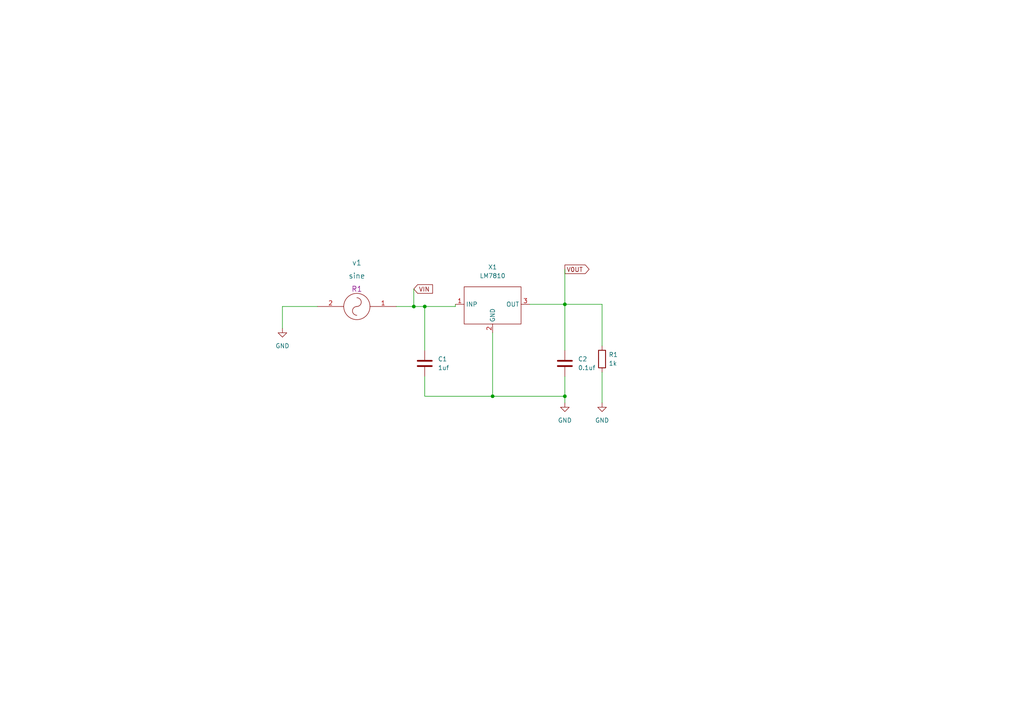
<source format=kicad_sch>
(kicad_sch (version 20211123) (generator eeschema)

  (uuid 3faa1024-631b-4c32-ac20-ab01393015d8)

  (paper "A4")

  (lib_symbols
    (symbol "eSim_Devices:capacitor" (pin_numbers hide) (pin_names (offset 0.254)) (in_bom yes) (on_board yes)
      (property "Reference" "C" (id 0) (at 0.635 2.54 0)
        (effects (font (size 1.27 1.27)) (justify left))
      )
      (property "Value" "capacitor" (id 1) (at 0.635 -2.54 0)
        (effects (font (size 1.27 1.27)) (justify left))
      )
      (property "Footprint" "" (id 2) (at 0.9652 -3.81 0)
        (effects (font (size 0.762 0.762)))
      )
      (property "Datasheet" "" (id 3) (at 0 0 0)
        (effects (font (size 1.524 1.524)))
      )
      (property "ki_fp_filters" "C_*" (id 4) (at 0 0 0)
        (effects (font (size 1.27 1.27)) hide)
      )
      (symbol "capacitor_0_1"
        (polyline
          (pts
            (xy -2.032 -0.762)
            (xy 2.032 -0.762)
          )
          (stroke (width 0.508) (type default) (color 0 0 0 0))
          (fill (type none))
        )
        (polyline
          (pts
            (xy -2.032 0.762)
            (xy 2.032 0.762)
          )
          (stroke (width 0.508) (type default) (color 0 0 0 0))
          (fill (type none))
        )
      )
      (symbol "capacitor_1_1"
        (pin passive line (at 0 3.81 270) (length 2.794)
          (name "~" (effects (font (size 1.016 1.016))))
          (number "1" (effects (font (size 1.016 1.016))))
        )
        (pin passive line (at 0 -3.81 90) (length 2.794)
          (name "~" (effects (font (size 1.016 1.016))))
          (number "2" (effects (font (size 1.016 1.016))))
        )
      )
    )
    (symbol "eSim_Devices:resistor" (pin_numbers hide) (pin_names (offset 0)) (in_bom yes) (on_board yes)
      (property "Reference" "R" (id 0) (at 1.27 3.302 0)
        (effects (font (size 1.27 1.27)))
      )
      (property "Value" "resistor" (id 1) (at 1.27 -1.27 0)
        (effects (font (size 1.27 1.27)))
      )
      (property "Footprint" "" (id 2) (at 1.27 -0.508 0)
        (effects (font (size 0.762 0.762)))
      )
      (property "Datasheet" "" (id 3) (at 1.27 1.27 90)
        (effects (font (size 0.762 0.762)))
      )
      (property "ki_fp_filters" "R_* Resistor_*" (id 4) (at 0 0 0)
        (effects (font (size 1.27 1.27)) hide)
      )
      (symbol "resistor_0_1"
        (rectangle (start 3.81 0.254) (end -1.27 2.286)
          (stroke (width 0.254) (type default) (color 0 0 0 0))
          (fill (type none))
        )
      )
      (symbol "resistor_1_1"
        (pin passive line (at -2.54 1.27 0) (length 1.27)
          (name "~" (effects (font (size 1.524 1.524))))
          (number "1" (effects (font (size 1.524 1.524))))
        )
        (pin passive line (at 5.08 1.27 180) (length 1.27)
          (name "~" (effects (font (size 1.524 1.524))))
          (number "2" (effects (font (size 1.524 1.524))))
        )
      )
    )
    (symbol "eSim_Power:eSim_GND" (power) (pin_names (offset 0)) (in_bom yes) (on_board yes)
      (property "Reference" "#PWR" (id 0) (at 0 -6.35 0)
        (effects (font (size 1.27 1.27)) hide)
      )
      (property "Value" "eSim_GND" (id 1) (at 0 -3.81 0)
        (effects (font (size 1.27 1.27)))
      )
      (property "Footprint" "" (id 2) (at 0 0 0)
        (effects (font (size 1.27 1.27)) hide)
      )
      (property "Datasheet" "" (id 3) (at 0 0 0)
        (effects (font (size 1.27 1.27)) hide)
      )
      (symbol "eSim_GND_0_1"
        (polyline
          (pts
            (xy 0 0)
            (xy 0 -1.27)
            (xy 1.27 -1.27)
            (xy 0 -2.54)
            (xy -1.27 -1.27)
            (xy 0 -1.27)
          )
          (stroke (width 0) (type default) (color 0 0 0 0))
          (fill (type none))
        )
      )
      (symbol "eSim_GND_1_1"
        (pin power_in line (at 0 0 270) (length 0) hide
          (name "GND" (effects (font (size 1.27 1.27))))
          (number "1" (effects (font (size 1.27 1.27))))
        )
      )
    )
    (symbol "eSim_Sources:sine" (pin_names (offset 1.016)) (in_bom yes) (on_board yes)
      (property "Reference" "v" (id 0) (at -5.08 2.54 0)
        (effects (font (size 1.524 1.524)))
      )
      (property "Value" "sine" (id 1) (at -5.08 -1.27 0)
        (effects (font (size 1.524 1.524)))
      )
      (property "Footprint" "R1" (id 2) (at -7.62 0 0)
        (effects (font (size 1.524 1.524)))
      )
      (property "Datasheet" "" (id 3) (at 0 0 0)
        (effects (font (size 1.524 1.524)))
      )
      (property "ki_fp_filters" "1_pin" (id 4) (at 0 0 0)
        (effects (font (size 1.27 1.27)) hide)
      )
      (symbol "sine_0_1"
        (arc (start 0 0) (mid -1.27 1.27) (end -2.54 0)
          (stroke (width 0) (type default) (color 0 0 0 0))
          (fill (type none))
        )
        (arc (start 0 0) (mid 1.27 -1.27) (end 2.54 0)
          (stroke (width 0) (type default) (color 0 0 0 0))
          (fill (type none))
        )
        (circle (center 0 0) (radius 3.81)
          (stroke (width 0) (type default) (color 0 0 0 0))
          (fill (type none))
        )
      )
      (symbol "sine_1_1"
        (pin input line (at 0 11.43 270) (length 7.62)
          (name "+" (effects (font (size 0 0))))
          (number "1" (effects (font (size 1.27 1.27))))
        )
        (pin input line (at 0 -11.43 90) (length 7.62)
          (name "-" (effects (font (size 0 0))))
          (number "2" (effects (font (size 1.27 1.27))))
        )
      )
    )
    (symbol "eSim_Subckt:LM7810" (in_bom yes) (on_board yes)
      (property "Reference" "X" (id 0) (at 0 1.27 0)
        (effects (font (size 1.27 1.27)))
      )
      (property "Value" "LM7810" (id 1) (at 0 3.175 0)
        (effects (font (size 1.27 1.27)))
      )
      (property "Footprint" "" (id 2) (at 0 0 0)
        (effects (font (size 1.27 1.27)) hide)
      )
      (property "Datasheet" "" (id 3) (at 0 0 0)
        (effects (font (size 1.27 1.27)) hide)
      )
      (symbol "LM7810_0_1"
        (rectangle (start -8.255 5.08) (end 8.255 -5.715)
          (stroke (width 0) (type default) (color 0 0 0 0))
          (fill (type none))
        )
      )
      (symbol "LM7810_1_1"
        (pin passive line (at -10.795 0 0) (length 2.54)
          (name "INP" (effects (font (size 1.27 1.27))))
          (number "1" (effects (font (size 1.27 1.27))))
        )
        (pin passive line (at 0 -8.255 90) (length 2.54)
          (name "GND" (effects (font (size 1.27 1.27))))
          (number "2" (effects (font (size 1.27 1.27))))
        )
        (pin passive line (at 10.795 0 180) (length 2.54)
          (name "OUT" (effects (font (size 1.27 1.27))))
          (number "3" (effects (font (size 1.27 1.27))))
        )
      )
    )
  )


  (junction (at 142.875 114.935) (diameter 0) (color 0 0 0 0)
    (uuid 5676c89a-2eed-4409-aa3d-b75e58ed3547)
  )
  (junction (at 163.83 88.265) (diameter 0) (color 0 0 0 0)
    (uuid 6264124f-9363-4024-a699-2f549a39fa0a)
  )
  (junction (at 163.83 114.935) (diameter 0) (color 0 0 0 0)
    (uuid ac48dae2-5b3f-44c2-8f9c-00e6d8c28695)
  )
  (junction (at 123.19 88.9) (diameter 0) (color 0 0 0 0)
    (uuid b15f078e-256e-4d5b-a3da-2a39a449ee59)
  )
  (junction (at 120.015 88.9) (diameter 0) (color 0 0 0 0)
    (uuid f9536ef6-68f8-4297-9535-c88eb618ad6c)
  )

  (wire (pts (xy 114.935 88.9) (xy 120.015 88.9))
    (stroke (width 0) (type default) (color 0 0 0 0))
    (uuid 0891a9d7-04fc-4f98-9402-3553d52b77d5)
  )
  (wire (pts (xy 120.015 88.9) (xy 123.19 88.9))
    (stroke (width 0) (type default) (color 0 0 0 0))
    (uuid 181119bd-ef87-42cc-8c22-c7b291ed55cb)
  )
  (wire (pts (xy 720.725 91.44) (xy 716.915 91.44))
    (stroke (width 0) (type default) (color 0 0 0 0))
    (uuid 283eb9d8-baee-49af-895d-d11c6fa94274)
  )
  (wire (pts (xy 720.725 95.885) (xy 720.725 91.44))
    (stroke (width 0) (type default) (color 0 0 0 0))
    (uuid 2e49a19d-22ad-4297-8d9e-f9dcacb51e2c)
  )
  (wire (pts (xy 163.83 114.935) (xy 163.83 116.84))
    (stroke (width 0) (type default) (color 0 0 0 0))
    (uuid 3a368d0a-f506-4a5c-9321-0bfd720f7d23)
  )
  (wire (pts (xy 123.19 109.22) (xy 123.19 114.935))
    (stroke (width 0) (type default) (color 0 0 0 0))
    (uuid 4aa7add3-395e-472a-af19-4e04c88ecc14)
  )
  (wire (pts (xy 174.625 107.95) (xy 174.625 116.84))
    (stroke (width 0) (type default) (color 0 0 0 0))
    (uuid 5a054579-decb-49d5-8753-37eff64982fc)
  )
  (wire (pts (xy 123.19 88.9) (xy 132.08 88.9))
    (stroke (width 0) (type default) (color 0 0 0 0))
    (uuid 8b167f15-a98e-44aa-ac68-f892814c247f)
  )
  (wire (pts (xy 81.915 95.25) (xy 81.915 88.9))
    (stroke (width 0) (type default) (color 0 0 0 0))
    (uuid 8b228e79-4d84-4d0b-a99b-76f73dc7620a)
  )
  (wire (pts (xy 694.055 92.075) (xy 694.055 91.44))
    (stroke (width 0) (type default) (color 0 0 0 0))
    (uuid 8ffaf3ea-9b67-4f99-bf59-c851d24bfad7)
  )
  (wire (pts (xy 163.83 88.265) (xy 163.83 101.6))
    (stroke (width 0) (type default) (color 0 0 0 0))
    (uuid 949ea46c-12cc-481f-9bdf-d0dabcf81825)
  )
  (wire (pts (xy 686.435 92.075) (xy 694.055 92.075))
    (stroke (width 0) (type default) (color 0 0 0 0))
    (uuid 9a587833-9bcc-4c69-a980-e8ba600c8ed2)
  )
  (wire (pts (xy 123.19 88.9) (xy 123.19 101.6))
    (stroke (width 0) (type default) (color 0 0 0 0))
    (uuid 9f1534b3-0aaa-401d-8e6f-262e6e2e8826)
  )
  (wire (pts (xy 142.875 96.52) (xy 142.875 114.935))
    (stroke (width 0) (type default) (color 0 0 0 0))
    (uuid a58d8fc9-2790-4117-8cf6-4973ab724a73)
  )
  (wire (pts (xy 120.015 83.82) (xy 120.015 88.9))
    (stroke (width 0) (type default) (color 0 0 0 0))
    (uuid aa989328-1f8d-4b57-ad50-6fd8036975d8)
  )
  (wire (pts (xy 123.19 114.935) (xy 142.875 114.935))
    (stroke (width 0) (type default) (color 0 0 0 0))
    (uuid ae685907-c483-4fce-894e-e6df844cd886)
  )
  (wire (pts (xy 174.625 88.265) (xy 163.83 88.265))
    (stroke (width 0) (type default) (color 0 0 0 0))
    (uuid b3fd9a2e-173a-4340-beeb-7b9022f34070)
  )
  (wire (pts (xy 163.83 109.22) (xy 163.83 114.935))
    (stroke (width 0) (type default) (color 0 0 0 0))
    (uuid ccf94c2c-7caa-4131-bac4-fe677ecc2395)
  )
  (wire (pts (xy 163.83 78.105) (xy 163.83 88.265))
    (stroke (width 0) (type default) (color 0 0 0 0))
    (uuid d1aa0978-e254-4977-9ef2-45bc5e685748)
  )
  (wire (pts (xy 174.625 100.33) (xy 174.625 88.265))
    (stroke (width 0) (type default) (color 0 0 0 0))
    (uuid d7699ed0-4762-453f-9650-62e189eda9ef)
  )
  (wire (pts (xy 132.08 88.9) (xy 132.08 88.265))
    (stroke (width 0) (type default) (color 0 0 0 0))
    (uuid e2cbc085-e204-4c0e-a176-01752f86afdf)
  )
  (wire (pts (xy 142.875 114.935) (xy 163.83 114.935))
    (stroke (width 0) (type default) (color 0 0 0 0))
    (uuid ea099a93-3959-4e14-9e1f-6fc97f2de246)
  )
  (wire (pts (xy 81.915 88.9) (xy 92.075 88.9))
    (stroke (width 0) (type default) (color 0 0 0 0))
    (uuid eae7f0cf-fce3-43c5-bc13-ec7056b0540e)
  )
  (wire (pts (xy 153.67 88.265) (xy 163.83 88.265))
    (stroke (width 0) (type default) (color 0 0 0 0))
    (uuid fa51f007-c8f1-425b-b70c-bd1500ea0fb4)
  )

  (global_label "V0UT" (shape output) (at 163.83 78.105 0) (fields_autoplaced)
    (effects (font (size 1.27 1.27)) (justify left))
    (uuid 1f397e7a-260a-43ce-99d1-5a8c6c04f1c1)
    (property "Intersheet References" "${INTERSHEET_REFS}" (id 0) (at 170.8393 78.0256 0)
      (effects (font (size 1.27 1.27)) (justify left) hide)
    )
  )
  (global_label "vout" (shape output) (at 686.435 92.075 180) (fields_autoplaced)
    (effects (font (size 1.27 1.27)) (justify right))
    (uuid dc11720d-daaf-4e05-8bd5-242b97c97e58)
    (property "Intersheet References" "${INTERSHEET_REFS}" (id 0) (at 680.0305 91.9956 0)
      (effects (font (size 1.27 1.27)) (justify right) hide)
    )
  )
  (global_label "VIN" (shape input) (at 120.015 83.82 0) (fields_autoplaced)
    (effects (font (size 1.27 1.27)) (justify left))
    (uuid de841219-c7ca-49f1-a082-8212cc0a2541)
    (property "Intersheet References" "${INTERSHEET_REFS}" (id 0) (at 125.4519 83.7406 0)
      (effects (font (size 1.27 1.27)) (justify left) hide)
    )
  )

  (symbol (lib_id "eSim_Sources:sine") (at 103.505 88.9 270) (unit 1)
    (in_bom yes) (on_board yes) (fields_autoplaced)
    (uuid 0504412f-db08-457d-88c2-b28067df2b4e)
    (property "Reference" "v1" (id 0) (at 103.505 76.2 90)
      (effects (font (size 1.524 1.524)))
    )
    (property "Value" "sine" (id 1) (at 103.505 80.01 90)
      (effects (font (size 1.524 1.524)))
    )
    (property "Footprint" "R1" (id 2) (at 103.505 83.82 90)
      (effects (font (size 1.524 1.524)))
    )
    (property "Datasheet" "" (id 3) (at 103.505 88.9 0)
      (effects (font (size 1.524 1.524)))
    )
    (property "Spice_Primitive" "V" (id 4) (at 103.505 88.9 0)
      (effects (font (size 1.27 1.27)) hide)
    )
    (property "Spice_Model" "sin(10 2 50)" (id 5) (at 103.505 88.9 0)
      (effects (font (size 1.27 1.27)) hide)
    )
    (property "Spice_Netlist_Enabled" "Y" (id 6) (at 103.505 88.9 0)
      (effects (font (size 1.27 1.27)) hide)
    )
    (pin "1" (uuid fadb1da8-0f2d-4d9c-82dc-d82126168ce9))
    (pin "2" (uuid ad9926f4-97d1-4bc7-adbe-f49cd65615a9))
  )

  (symbol (lib_id "eSim_Power:eSim_GND") (at 174.625 116.84 0) (unit 1)
    (in_bom yes) (on_board yes) (fields_autoplaced)
    (uuid 1112eea1-1e37-4746-bbc6-9ec5f8831f06)
    (property "Reference" "#PWR03" (id 0) (at 174.625 123.19 0)
      (effects (font (size 1.27 1.27)) hide)
    )
    (property "Value" "eSim_GND" (id 1) (at 174.625 121.92 0))
    (property "Footprint" "" (id 2) (at 174.625 116.84 0)
      (effects (font (size 1.27 1.27)) hide)
    )
    (property "Datasheet" "" (id 3) (at 174.625 116.84 0)
      (effects (font (size 1.27 1.27)) hide)
    )
    (pin "1" (uuid 55023352-1ae1-42b3-80f1-bdfe15dc7346))
  )

  (symbol (lib_id "eSim_Devices:resistor") (at 175.895 105.41 90) (unit 1)
    (in_bom yes) (on_board yes) (fields_autoplaced)
    (uuid 1b4c6b9c-c2d6-4bdc-9c35-2e7865b93789)
    (property "Reference" "R1" (id 0) (at 176.53 102.8699 90)
      (effects (font (size 1.27 1.27)) (justify right))
    )
    (property "Value" "1k" (id 1) (at 176.53 105.4099 90)
      (effects (font (size 1.27 1.27)) (justify right))
    )
    (property "Footprint" "" (id 2) (at 176.403 104.14 0)
      (effects (font (size 0.762 0.762)))
    )
    (property "Datasheet" "" (id 3) (at 174.625 104.14 90)
      (effects (font (size 0.762 0.762)))
    )
    (pin "1" (uuid 6bff26f6-6eca-494e-a794-98559633a0f4))
    (pin "2" (uuid eb6b97e7-f3f2-4ddf-9bad-404409fc741f))
  )

  (symbol (lib_id "eSim_Power:eSim_GND") (at 163.83 116.84 0) (unit 1)
    (in_bom yes) (on_board yes) (fields_autoplaced)
    (uuid 332679d5-8406-4920-bf20-949f5309417b)
    (property "Reference" "#PWR02" (id 0) (at 163.83 123.19 0)
      (effects (font (size 1.27 1.27)) hide)
    )
    (property "Value" "eSim_GND" (id 1) (at 163.83 121.92 0))
    (property "Footprint" "" (id 2) (at 163.83 116.84 0)
      (effects (font (size 1.27 1.27)) hide)
    )
    (property "Datasheet" "" (id 3) (at 163.83 116.84 0)
      (effects (font (size 1.27 1.27)) hide)
    )
    (pin "1" (uuid d9f2038e-cc62-4095-bed1-e814e4ce225b))
  )

  (symbol (lib_id "eSim_Subckt:LM7810") (at 142.875 88.265 0) (unit 1)
    (in_bom yes) (on_board yes) (fields_autoplaced)
    (uuid 400edb59-a3f6-41c2-a835-6e05ab633109)
    (property "Reference" "X1" (id 0) (at 142.875 77.47 0))
    (property "Value" "LM7810" (id 1) (at 142.875 80.01 0))
    (property "Footprint" "" (id 2) (at 142.875 88.265 0)
      (effects (font (size 1.27 1.27)) hide)
    )
    (property "Datasheet" "" (id 3) (at 142.875 88.265 0)
      (effects (font (size 1.27 1.27)) hide)
    )
    (pin "1" (uuid 2bcbae28-bf62-4a2b-8073-31255853d8b9))
    (pin "2" (uuid 922ab2d0-4552-49d9-b663-b04373dd9674))
    (pin "3" (uuid 274fc682-c9b9-40ca-9b2c-49f9570befb7))
  )

  (symbol (lib_id "eSim_Sources:sine") (at 705.485 91.44 90) (unit 1)
    (in_bom yes) (on_board yes) (fields_autoplaced)
    (uuid 69743803-0bfe-4eea-8d73-402729fa7109)
    (property "Reference" "v2" (id 0) (at 705.485 78.74 90)
      (effects (font (size 1.524 1.524)))
    )
    (property "Value" "sine" (id 1) (at 705.485 82.55 90)
      (effects (font (size 1.524 1.524)))
    )
    (property "Footprint" "R1" (id 2) (at 705.485 86.36 90)
      (effects (font (size 1.524 1.524)))
    )
    (property "Datasheet" "" (id 3) (at 705.485 91.44 0)
      (effects (font (size 1.524 1.524)))
    )
    (property "Spice_Primitive" "V" (id 4) (at 705.485 91.44 0)
      (effects (font (size 1.27 1.27)) hide)
    )
    (property "Spice_Model" "sin(5 1 50)" (id 5) (at 705.485 91.44 0)
      (effects (font (size 1.27 1.27)) hide)
    )
    (property "Spice_Netlist_Enabled" "Y" (id 6) (at 705.485 91.44 0)
      (effects (font (size 1.27 1.27)) hide)
    )
    (pin "1" (uuid e3864d09-7964-40c0-9f62-6dc677a7a1eb))
    (pin "2" (uuid b2bbdcbb-7e84-41af-be32-c842bd70f9ac))
  )

  (symbol (lib_id "eSim_Power:eSim_GND") (at 720.725 95.885 0) (unit 1)
    (in_bom yes) (on_board yes) (fields_autoplaced)
    (uuid 8b23240c-eaa9-43d9-b95c-cc41b0d51b23)
    (property "Reference" "#PWR04" (id 0) (at 720.725 102.235 0)
      (effects (font (size 1.27 1.27)) hide)
    )
    (property "Value" "eSim_GND" (id 1) (at 720.725 100.33 0))
    (property "Footprint" "" (id 2) (at 720.725 95.885 0)
      (effects (font (size 1.27 1.27)) hide)
    )
    (property "Datasheet" "" (id 3) (at 720.725 95.885 0)
      (effects (font (size 1.27 1.27)) hide)
    )
    (pin "1" (uuid 402b15ec-29bc-4b04-b82a-197e7e9bbca2))
  )

  (symbol (lib_id "eSim_Power:eSim_GND") (at 81.915 95.25 0) (unit 1)
    (in_bom yes) (on_board yes) (fields_autoplaced)
    (uuid d23c3120-6480-445b-a24e-8a00a277bb34)
    (property "Reference" "#PWR01" (id 0) (at 81.915 101.6 0)
      (effects (font (size 1.27 1.27)) hide)
    )
    (property "Value" "eSim_GND" (id 1) (at 81.915 100.33 0))
    (property "Footprint" "" (id 2) (at 81.915 95.25 0)
      (effects (font (size 1.27 1.27)) hide)
    )
    (property "Datasheet" "" (id 3) (at 81.915 95.25 0)
      (effects (font (size 1.27 1.27)) hide)
    )
    (pin "1" (uuid 4e68e2aa-de98-427a-bd0a-bf558d28a86a))
  )

  (symbol (lib_id "eSim_Devices:capacitor") (at 163.83 105.41 0) (unit 1)
    (in_bom yes) (on_board yes) (fields_autoplaced)
    (uuid eaaab8c0-4e2a-45ad-ba61-9095df757b53)
    (property "Reference" "C2" (id 0) (at 167.64 104.1399 0)
      (effects (font (size 1.27 1.27)) (justify left))
    )
    (property "Value" "0.1uf" (id 1) (at 167.64 106.6799 0)
      (effects (font (size 1.27 1.27)) (justify left))
    )
    (property "Footprint" "" (id 2) (at 164.7952 109.22 0)
      (effects (font (size 0.762 0.762)))
    )
    (property "Datasheet" "" (id 3) (at 163.83 105.41 0)
      (effects (font (size 1.524 1.524)))
    )
    (pin "1" (uuid 00f8a3f6-d292-4c45-aaf2-c909f3c2c829))
    (pin "2" (uuid 12f00cdd-41ec-4bc9-a0f3-fc914c31f8f1))
  )

  (symbol (lib_id "eSim_Devices:capacitor") (at 123.19 105.41 0) (unit 1)
    (in_bom yes) (on_board yes) (fields_autoplaced)
    (uuid ec086a37-f93a-4b1c-ba71-e57456cd43b7)
    (property "Reference" "C1" (id 0) (at 127 104.1399 0)
      (effects (font (size 1.27 1.27)) (justify left))
    )
    (property "Value" "1uf" (id 1) (at 127 106.6799 0)
      (effects (font (size 1.27 1.27)) (justify left))
    )
    (property "Footprint" "" (id 2) (at 124.1552 109.22 0)
      (effects (font (size 0.762 0.762)))
    )
    (property "Datasheet" "" (id 3) (at 123.19 105.41 0)
      (effects (font (size 1.524 1.524)))
    )
    (pin "1" (uuid 26ace710-b959-477c-8164-041b414d8c45))
    (pin "2" (uuid b5991ce8-6608-489a-a1cf-c84fd2fbe6c5))
  )

  (sheet_instances
    (path "/" (page "1"))
  )

  (symbol_instances
    (path "/d23c3120-6480-445b-a24e-8a00a277bb34"
      (reference "#PWR01") (unit 1) (value "eSim_GND") (footprint "")
    )
    (path "/332679d5-8406-4920-bf20-949f5309417b"
      (reference "#PWR02") (unit 1) (value "eSim_GND") (footprint "")
    )
    (path "/1112eea1-1e37-4746-bbc6-9ec5f8831f06"
      (reference "#PWR03") (unit 1) (value "eSim_GND") (footprint "")
    )
    (path "/8b23240c-eaa9-43d9-b95c-cc41b0d51b23"
      (reference "#PWR04") (unit 1) (value "eSim_GND") (footprint "")
    )
    (path "/ec086a37-f93a-4b1c-ba71-e57456cd43b7"
      (reference "C1") (unit 1) (value "1uf") (footprint "")
    )
    (path "/eaaab8c0-4e2a-45ad-ba61-9095df757b53"
      (reference "C2") (unit 1) (value "0.1uf") (footprint "")
    )
    (path "/1b4c6b9c-c2d6-4bdc-9c35-2e7865b93789"
      (reference "R1") (unit 1) (value "1k") (footprint "")
    )
    (path "/400edb59-a3f6-41c2-a835-6e05ab633109"
      (reference "X1") (unit 1) (value "LM7810") (footprint "")
    )
    (path "/0504412f-db08-457d-88c2-b28067df2b4e"
      (reference "v1") (unit 1) (value "sine") (footprint "R1")
    )
    (path "/69743803-0bfe-4eea-8d73-402729fa7109"
      (reference "v2") (unit 1) (value "sine") (footprint "R1")
    )
  )
)

</source>
